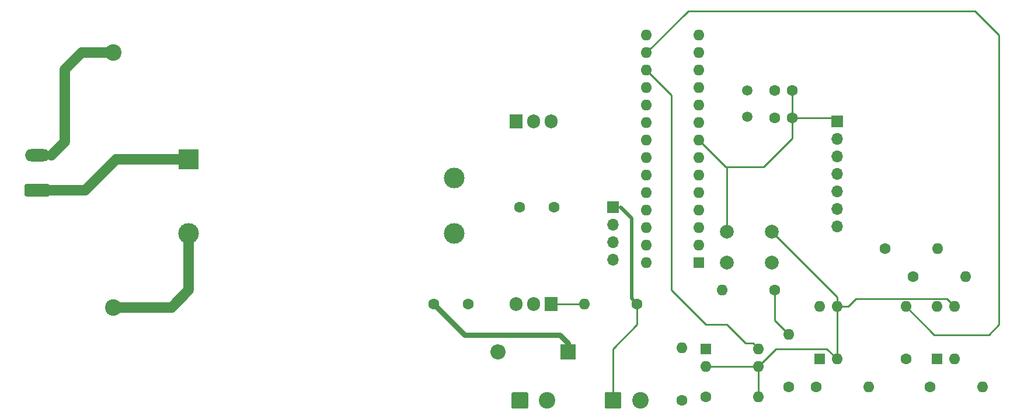
<source format=gbr>
G04 #@! TF.GenerationSoftware,KiCad,Pcbnew,(5.1.5)-3*
G04 #@! TF.CreationDate,2020-07-19T03:42:33+05:30*
G04 #@! TF.ProjectId,HA-V1.0,48412d56-312e-4302-9e6b-696361645f70,rev?*
G04 #@! TF.SameCoordinates,Original*
G04 #@! TF.FileFunction,Copper,L2,Bot*
G04 #@! TF.FilePolarity,Positive*
%FSLAX46Y46*%
G04 Gerber Fmt 4.6, Leading zero omitted, Abs format (unit mm)*
G04 Created by KiCad (PCBNEW (5.1.5)-3) date 2020-07-19 03:42:33*
%MOMM*%
%LPD*%
G04 APERTURE LIST*
%ADD10R,3.000000X3.000000*%
%ADD11C,3.000000*%
%ADD12C,1.500000*%
%ADD13O,1.905000X2.000000*%
%ADD14R,1.905000X2.000000*%
%ADD15O,1.600000X1.600000*%
%ADD16R,1.600000X1.600000*%
%ADD17C,2.000000*%
%ADD18C,1.600000*%
%ADD19O,1.700000X1.700000*%
%ADD20R,1.700000X1.700000*%
%ADD21C,2.400000*%
%ADD22C,0.100000*%
%ADD23O,3.600000X1.800000*%
%ADD24O,2.200000X2.200000*%
%ADD25R,2.200000X2.200000*%
%ADD26C,0.250000*%
%ADD27C,0.750000*%
%ADD28C,0.500000*%
%ADD29C,1.500000*%
G04 APERTURE END LIST*
D10*
X77500000Y-84500000D03*
D11*
X116000000Y-87250000D03*
X77500000Y-95250000D03*
X116000000Y-95250000D03*
D12*
X158500000Y-78300000D03*
X158500000Y-74500000D03*
D13*
X130080000Y-79000000D03*
X127540000Y-79000000D03*
D14*
X125000000Y-79000000D03*
D15*
X160120000Y-112000000D03*
X152500000Y-114540000D03*
X160120000Y-114540000D03*
D16*
X152500000Y-112000000D03*
D15*
X169000000Y-105880000D03*
X171540000Y-113500000D03*
X171540000Y-105880000D03*
D16*
X169000000Y-113500000D03*
D15*
X186000000Y-105880000D03*
X188540000Y-113500000D03*
X188540000Y-105880000D03*
D16*
X186000000Y-113500000D03*
D15*
X143880000Y-99500000D03*
X151500000Y-66480000D03*
X143880000Y-96960000D03*
X151500000Y-69020000D03*
X143880000Y-94420000D03*
X151500000Y-71560000D03*
X143880000Y-91880000D03*
X151500000Y-74100000D03*
X143880000Y-89340000D03*
X151500000Y-76640000D03*
X143880000Y-86800000D03*
X151500000Y-79180000D03*
X143880000Y-84260000D03*
X151500000Y-81720000D03*
X143880000Y-81720000D03*
X151500000Y-84260000D03*
X143880000Y-79180000D03*
X151500000Y-86800000D03*
X143880000Y-76640000D03*
X151500000Y-89340000D03*
X143880000Y-74100000D03*
X151500000Y-91880000D03*
X143880000Y-71560000D03*
X151500000Y-94420000D03*
X143880000Y-69020000D03*
X151500000Y-96960000D03*
X143880000Y-66480000D03*
D16*
X151500000Y-99500000D03*
D17*
X162000000Y-95000000D03*
X162000000Y-99500000D03*
X155500000Y-95000000D03*
X155500000Y-99500000D03*
D15*
X154880000Y-103500000D03*
D18*
X162500000Y-103500000D03*
D15*
X164500000Y-109880000D03*
D18*
X164500000Y-117500000D03*
D15*
X134880000Y-105500000D03*
D18*
X142500000Y-105500000D03*
D15*
X186120000Y-97500000D03*
D18*
X178500000Y-97500000D03*
D15*
X160120000Y-119000000D03*
D18*
X152500000Y-119000000D03*
D15*
X149000000Y-111880000D03*
D18*
X149000000Y-119500000D03*
D15*
X190120000Y-101500000D03*
D18*
X182500000Y-101500000D03*
D15*
X192620000Y-117500000D03*
D18*
X185000000Y-117500000D03*
D15*
X176120000Y-117500000D03*
D18*
X168500000Y-117500000D03*
D15*
X181500000Y-105880000D03*
D18*
X181500000Y-113500000D03*
D13*
X124920000Y-105500000D03*
X127460000Y-105500000D03*
D14*
X130000000Y-105500000D03*
D19*
X139000000Y-99120000D03*
X139000000Y-96580000D03*
X139000000Y-94040000D03*
D20*
X139000000Y-91500000D03*
D21*
X129460000Y-119500000D03*
G04 #@! TA.AperFunction,ComponentPad*
D22*
G36*
X126474504Y-118301204D02*
G01*
X126498773Y-118304804D01*
X126522571Y-118310765D01*
X126545671Y-118319030D01*
X126567849Y-118329520D01*
X126588893Y-118342133D01*
X126608598Y-118356747D01*
X126626777Y-118373223D01*
X126643253Y-118391402D01*
X126657867Y-118411107D01*
X126670480Y-118432151D01*
X126680970Y-118454329D01*
X126689235Y-118477429D01*
X126695196Y-118501227D01*
X126698796Y-118525496D01*
X126700000Y-118550000D01*
X126700000Y-120450000D01*
X126698796Y-120474504D01*
X126695196Y-120498773D01*
X126689235Y-120522571D01*
X126680970Y-120545671D01*
X126670480Y-120567849D01*
X126657867Y-120588893D01*
X126643253Y-120608598D01*
X126626777Y-120626777D01*
X126608598Y-120643253D01*
X126588893Y-120657867D01*
X126567849Y-120670480D01*
X126545671Y-120680970D01*
X126522571Y-120689235D01*
X126498773Y-120695196D01*
X126474504Y-120698796D01*
X126450000Y-120700000D01*
X124550000Y-120700000D01*
X124525496Y-120698796D01*
X124501227Y-120695196D01*
X124477429Y-120689235D01*
X124454329Y-120680970D01*
X124432151Y-120670480D01*
X124411107Y-120657867D01*
X124391402Y-120643253D01*
X124373223Y-120626777D01*
X124356747Y-120608598D01*
X124342133Y-120588893D01*
X124329520Y-120567849D01*
X124319030Y-120545671D01*
X124310765Y-120522571D01*
X124304804Y-120498773D01*
X124301204Y-120474504D01*
X124300000Y-120450000D01*
X124300000Y-118550000D01*
X124301204Y-118525496D01*
X124304804Y-118501227D01*
X124310765Y-118477429D01*
X124319030Y-118454329D01*
X124329520Y-118432151D01*
X124342133Y-118411107D01*
X124356747Y-118391402D01*
X124373223Y-118373223D01*
X124391402Y-118356747D01*
X124411107Y-118342133D01*
X124432151Y-118329520D01*
X124454329Y-118319030D01*
X124477429Y-118310765D01*
X124501227Y-118304804D01*
X124525496Y-118301204D01*
X124550000Y-118300000D01*
X126450000Y-118300000D01*
X126474504Y-118301204D01*
G37*
G04 #@! TD.AperFunction*
D21*
X142960000Y-119500000D03*
G04 #@! TA.AperFunction,ComponentPad*
D22*
G36*
X139974504Y-118301204D02*
G01*
X139998773Y-118304804D01*
X140022571Y-118310765D01*
X140045671Y-118319030D01*
X140067849Y-118329520D01*
X140088893Y-118342133D01*
X140108598Y-118356747D01*
X140126777Y-118373223D01*
X140143253Y-118391402D01*
X140157867Y-118411107D01*
X140170480Y-118432151D01*
X140180970Y-118454329D01*
X140189235Y-118477429D01*
X140195196Y-118501227D01*
X140198796Y-118525496D01*
X140200000Y-118550000D01*
X140200000Y-120450000D01*
X140198796Y-120474504D01*
X140195196Y-120498773D01*
X140189235Y-120522571D01*
X140180970Y-120545671D01*
X140170480Y-120567849D01*
X140157867Y-120588893D01*
X140143253Y-120608598D01*
X140126777Y-120626777D01*
X140108598Y-120643253D01*
X140088893Y-120657867D01*
X140067849Y-120670480D01*
X140045671Y-120680970D01*
X140022571Y-120689235D01*
X139998773Y-120695196D01*
X139974504Y-120698796D01*
X139950000Y-120700000D01*
X138050000Y-120700000D01*
X138025496Y-120698796D01*
X138001227Y-120695196D01*
X137977429Y-120689235D01*
X137954329Y-120680970D01*
X137932151Y-120670480D01*
X137911107Y-120657867D01*
X137891402Y-120643253D01*
X137873223Y-120626777D01*
X137856747Y-120608598D01*
X137842133Y-120588893D01*
X137829520Y-120567849D01*
X137819030Y-120545671D01*
X137810765Y-120522571D01*
X137804804Y-120498773D01*
X137801204Y-120474504D01*
X137800000Y-120450000D01*
X137800000Y-118550000D01*
X137801204Y-118525496D01*
X137804804Y-118501227D01*
X137810765Y-118477429D01*
X137819030Y-118454329D01*
X137829520Y-118432151D01*
X137842133Y-118411107D01*
X137856747Y-118391402D01*
X137873223Y-118373223D01*
X137891402Y-118356747D01*
X137911107Y-118342133D01*
X137932151Y-118329520D01*
X137954329Y-118319030D01*
X137977429Y-118310765D01*
X138001227Y-118304804D01*
X138025496Y-118301204D01*
X138050000Y-118300000D01*
X139950000Y-118300000D01*
X139974504Y-118301204D01*
G37*
G04 #@! TD.AperFunction*
D19*
X171500000Y-94240000D03*
X171500000Y-91700000D03*
X171500000Y-89160000D03*
X171500000Y-86620000D03*
X171500000Y-84080000D03*
X171500000Y-81540000D03*
D20*
X171500000Y-79000000D03*
D23*
X55500000Y-83920000D03*
G04 #@! TA.AperFunction,ComponentPad*
D22*
G36*
X57074504Y-88101204D02*
G01*
X57098773Y-88104804D01*
X57122571Y-88110765D01*
X57145671Y-88119030D01*
X57167849Y-88129520D01*
X57188893Y-88142133D01*
X57208598Y-88156747D01*
X57226777Y-88173223D01*
X57243253Y-88191402D01*
X57257867Y-88211107D01*
X57270480Y-88232151D01*
X57280970Y-88254329D01*
X57289235Y-88277429D01*
X57295196Y-88301227D01*
X57298796Y-88325496D01*
X57300000Y-88350000D01*
X57300000Y-89650000D01*
X57298796Y-89674504D01*
X57295196Y-89698773D01*
X57289235Y-89722571D01*
X57280970Y-89745671D01*
X57270480Y-89767849D01*
X57257867Y-89788893D01*
X57243253Y-89808598D01*
X57226777Y-89826777D01*
X57208598Y-89843253D01*
X57188893Y-89857867D01*
X57167849Y-89870480D01*
X57145671Y-89880970D01*
X57122571Y-89889235D01*
X57098773Y-89895196D01*
X57074504Y-89898796D01*
X57050000Y-89900000D01*
X53950000Y-89900000D01*
X53925496Y-89898796D01*
X53901227Y-89895196D01*
X53877429Y-89889235D01*
X53854329Y-89880970D01*
X53832151Y-89870480D01*
X53811107Y-89857867D01*
X53791402Y-89843253D01*
X53773223Y-89826777D01*
X53756747Y-89808598D01*
X53742133Y-89788893D01*
X53729520Y-89767849D01*
X53719030Y-89745671D01*
X53710765Y-89722571D01*
X53704804Y-89698773D01*
X53701204Y-89674504D01*
X53700000Y-89650000D01*
X53700000Y-88350000D01*
X53701204Y-88325496D01*
X53704804Y-88301227D01*
X53710765Y-88277429D01*
X53719030Y-88254329D01*
X53729520Y-88232151D01*
X53742133Y-88211107D01*
X53756747Y-88191402D01*
X53773223Y-88173223D01*
X53791402Y-88156747D01*
X53811107Y-88142133D01*
X53832151Y-88129520D01*
X53854329Y-88119030D01*
X53877429Y-88110765D01*
X53901227Y-88104804D01*
X53925496Y-88101204D01*
X53950000Y-88100000D01*
X57050000Y-88100000D01*
X57074504Y-88101204D01*
G37*
G04 #@! TD.AperFunction*
D21*
X66500000Y-69000000D03*
X66500000Y-106000000D03*
D24*
X122340000Y-112500000D03*
D25*
X132500000Y-112500000D03*
D18*
X125500000Y-91500000D03*
X130500000Y-91500000D03*
X118000000Y-105500000D03*
X113000000Y-105500000D03*
X165000000Y-78500000D03*
X162500000Y-78500000D03*
X165000000Y-74500000D03*
X162500000Y-74500000D03*
D26*
X187414999Y-104754999D02*
X174254999Y-104754999D01*
X188540000Y-105880000D02*
X187414999Y-104754999D01*
X173129998Y-105880000D02*
X171540000Y-105880000D01*
X174254999Y-104754999D02*
X173129998Y-105880000D01*
X171540000Y-105880000D02*
X171540000Y-113500000D01*
X171540000Y-113500000D02*
X170040000Y-112000000D01*
X162660000Y-112000000D02*
X160120000Y-114540000D01*
X170040000Y-112000000D02*
X162660000Y-112000000D01*
X160120000Y-114540000D02*
X160120000Y-119000000D01*
X160120000Y-114540000D02*
X152500000Y-114540000D01*
X155500000Y-95000000D02*
X155500000Y-85720000D01*
X155390000Y-85610000D02*
X160890000Y-85610000D01*
X155390000Y-85610000D02*
X151500000Y-81720000D01*
X155500000Y-85720000D02*
X155390000Y-85610000D01*
X165000000Y-81500000D02*
X165000000Y-78500000D01*
X160890000Y-85610000D02*
X165000000Y-81500000D01*
X165000000Y-78500000D02*
X165000000Y-74500000D01*
X171000000Y-78500000D02*
X171500000Y-79000000D01*
X165000000Y-78500000D02*
X171000000Y-78500000D01*
X171540000Y-104540000D02*
X162000000Y-95000000D01*
X171540000Y-105880000D02*
X171540000Y-104540000D01*
D27*
X113000000Y-105500000D02*
X117500000Y-110000000D01*
X131350000Y-110000000D02*
X132500000Y-111150000D01*
D26*
X132500000Y-111150000D02*
X132500000Y-112500000D01*
D27*
X117500000Y-110000000D02*
X131350000Y-110000000D01*
D28*
X141700001Y-93100001D02*
X140100000Y-91500000D01*
X141700001Y-104700001D02*
X141700001Y-93100001D01*
D26*
X140100000Y-91500000D02*
X139000000Y-91500000D01*
D28*
X142500000Y-105500000D02*
X141700001Y-104700001D01*
D26*
X142500000Y-105500000D02*
X142500000Y-108500000D01*
X139000000Y-112000000D02*
X139000000Y-119500000D01*
X142500000Y-108500000D02*
X139000000Y-112000000D01*
X162500000Y-107880000D02*
X162500000Y-103500000D01*
X164500000Y-109880000D02*
X162500000Y-107880000D01*
X55500000Y-83920000D02*
X57550000Y-83920000D01*
D29*
X62000000Y-69000000D02*
X66500000Y-69000000D01*
X59500000Y-71500000D02*
X62000000Y-69000000D01*
X59500000Y-81970000D02*
X59500000Y-71500000D01*
X57550000Y-83920000D02*
X59500000Y-81970000D01*
X66500000Y-106000000D02*
X75000000Y-106000000D01*
X77500000Y-103500000D02*
X77500000Y-95250000D01*
X75000000Y-106000000D02*
X77500000Y-103500000D01*
X55500000Y-89000000D02*
X62500000Y-89000000D01*
X67000000Y-84500000D02*
X77500000Y-84500000D01*
X62500000Y-89000000D02*
X67000000Y-84500000D01*
D26*
X130000000Y-105500000D02*
X134880000Y-105500000D01*
X149900000Y-63000000D02*
X143880000Y-69020000D01*
X191500000Y-63000000D02*
X149900000Y-63000000D01*
X185620000Y-110000000D02*
X193500000Y-110000000D01*
X181500000Y-105880000D02*
X185620000Y-110000000D01*
X195000000Y-108500000D02*
X195000000Y-66500000D01*
X193500000Y-110000000D02*
X195000000Y-108500000D01*
X195000000Y-66500000D02*
X191500000Y-63000000D01*
X159320001Y-111200001D02*
X158200001Y-111200001D01*
X160120000Y-112000000D02*
X159320001Y-111200001D01*
X158200001Y-111200001D02*
X155500000Y-108500000D01*
X155500000Y-108500000D02*
X152500000Y-108500000D01*
X152500000Y-108500000D02*
X147500000Y-103500000D01*
X147500000Y-75180000D02*
X143880000Y-71560000D01*
X147500000Y-103500000D02*
X147500000Y-75180000D01*
M02*

</source>
